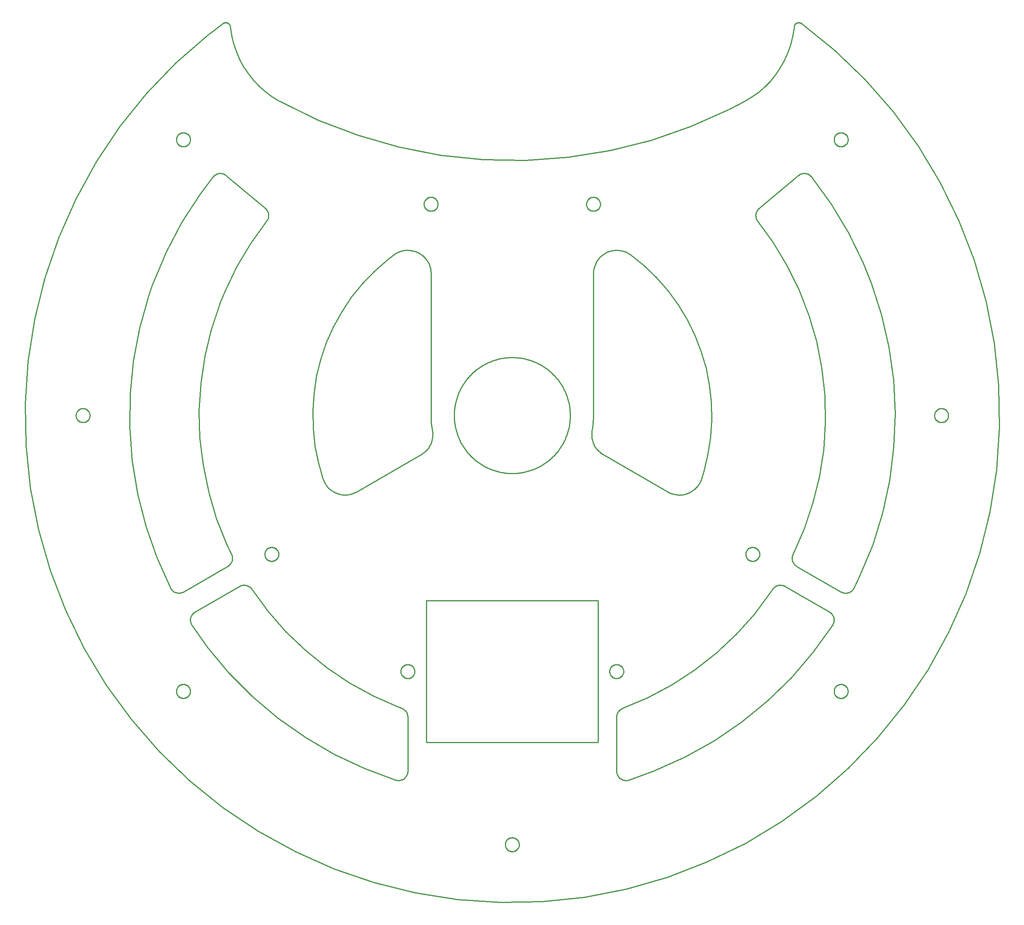
<source format=gbr>
G04 EAGLE Gerber RS-274X export*
G75*
%MOMM*%
%FSLAX34Y34*%
%LPD*%
%INDimensions*%
%IPPOS*%
%AMOC8*
5,1,8,0,0,1.08239X$1,22.5*%
G01*
%ADD10C,0.254000*%


D10*
X-623390Y844926D02*
X-654792Y820830D01*
X-723839Y760637D01*
X-787378Y694656D01*
X-844925Y623389D01*
X-896041Y547377D01*
X-940338Y467199D01*
X-977478Y383465D01*
X-1007179Y296814D01*
X-1029215Y207903D01*
X-1043417Y117410D01*
X-1049679Y26024D01*
X-1047952Y-65561D01*
X-1038250Y-156646D01*
X-1020646Y-246539D01*
X-995274Y-334556D01*
X-962328Y-420027D01*
X-922057Y-502300D01*
X-874770Y-580751D01*
X-820825Y-654783D01*
X-760632Y-723830D01*
X-694651Y-787369D01*
X-623384Y-844916D01*
X-547372Y-896032D01*
X-467194Y-940328D01*
X-383460Y-977469D01*
X-296809Y-1007170D01*
X-207898Y-1029205D01*
X-117405Y-1043408D01*
X-26019Y-1049670D01*
X65566Y-1047943D01*
X156651Y-1038241D01*
X246544Y-1020637D01*
X334561Y-995265D01*
X420032Y-962319D01*
X502305Y-922048D01*
X580756Y-874761D01*
X654788Y-820815D01*
X723835Y-760623D01*
X787374Y-694642D01*
X844921Y-623375D01*
X896037Y-547362D01*
X940333Y-467185D01*
X977474Y-383451D01*
X1007175Y-296799D01*
X1029210Y-207889D01*
X1043413Y-117396D01*
X1049675Y-26009D01*
X1047948Y65575D01*
X1038246Y156660D01*
X1020642Y246553D01*
X995270Y334570D01*
X962324Y420041D01*
X922053Y502315D01*
X874766Y580766D01*
X820820Y654797D01*
X760628Y723844D01*
X694647Y787383D01*
X623380Y844930D01*
X623295Y844991D01*
X622566Y845471D01*
X621798Y845885D01*
X620997Y846230D01*
X620169Y846504D01*
X619320Y846705D01*
X618457Y846831D01*
X617586Y846882D01*
X616714Y846856D01*
X615847Y846755D01*
X614993Y846578D01*
X614157Y846328D01*
X613346Y846005D01*
X612567Y845614D01*
X611825Y845156D01*
X611125Y844634D01*
X610473Y844054D01*
X609875Y843420D01*
X609334Y842735D01*
X608855Y842006D01*
X608441Y841238D01*
X608096Y840437D01*
X607821Y839609D01*
X607620Y838760D01*
X607494Y837897D01*
X607205Y835236D01*
X604358Y817381D01*
X599966Y799842D01*
X594061Y782752D01*
X586690Y766242D01*
X577908Y750438D01*
X567782Y735459D01*
X556388Y721420D01*
X543815Y708427D01*
X530157Y696579D01*
X515518Y685967D01*
X500010Y676671D01*
X469454Y660763D01*
X385818Y623419D01*
X299246Y593506D01*
X210396Y571252D01*
X119944Y556827D01*
X28580Y550340D01*
X-63002Y551840D01*
X-154105Y561317D01*
X-244036Y578698D01*
X-332109Y603851D01*
X-417655Y636584D01*
X-500022Y676648D01*
X-502368Y677938D01*
X-517755Y687435D01*
X-532256Y698237D01*
X-545760Y710262D01*
X-558164Y723418D01*
X-569375Y737605D01*
X-579307Y752715D01*
X-587884Y768633D01*
X-595041Y785238D01*
X-600724Y802404D01*
X-604889Y820000D01*
X-607504Y837892D01*
X-607515Y837998D01*
X-607651Y838859D01*
X-607860Y839706D01*
X-608143Y840531D01*
X-608497Y841329D01*
X-608919Y842092D01*
X-609406Y842816D01*
X-609954Y843495D01*
X-610559Y844123D01*
X-611217Y844697D01*
X-611922Y845210D01*
X-612669Y845661D01*
X-613452Y846044D01*
X-614266Y846358D01*
X-615105Y846599D01*
X-615961Y846767D01*
X-616828Y846859D01*
X-617700Y846876D01*
X-618571Y846816D01*
X-619433Y846681D01*
X-620279Y846471D01*
X-621105Y846188D01*
X-621902Y845834D01*
X-622666Y845412D01*
X-623390Y844926D01*
X-773821Y285775D02*
X-783592Y257771D01*
X-803074Y188486D01*
X-816442Y117767D01*
X-823596Y46152D01*
X-824482Y-25814D01*
X-819091Y-97583D01*
X-807466Y-168610D01*
X-789695Y-238353D01*
X-765913Y-306281D01*
X-736301Y-371879D01*
X-735770Y-372861D01*
X-734832Y-374333D01*
X-733770Y-375717D01*
X-732591Y-377004D01*
X-731305Y-378183D01*
X-729921Y-379245D01*
X-728449Y-380182D01*
X-726902Y-380988D01*
X-725290Y-381656D01*
X-723626Y-382180D01*
X-721922Y-382558D01*
X-720192Y-382786D01*
X-718449Y-382862D01*
X-716706Y-382786D01*
X-714976Y-382558D01*
X-713273Y-382181D01*
X-711609Y-381656D01*
X-709997Y-380988D01*
X-708449Y-380183D01*
X-612900Y-325018D01*
X-612513Y-324788D01*
X-611063Y-323818D01*
X-609703Y-322725D01*
X-608443Y-321518D01*
X-607294Y-320205D01*
X-606263Y-318797D01*
X-605359Y-317305D01*
X-604588Y-315740D01*
X-603957Y-314113D01*
X-603470Y-312438D01*
X-603131Y-310726D01*
X-602942Y-308992D01*
X-602905Y-307247D01*
X-603020Y-305506D01*
X-603287Y-303782D01*
X-603703Y-302088D01*
X-604265Y-300436D01*
X-604969Y-298839D01*
X-615755Y-275933D01*
X-637463Y-221215D01*
X-654320Y-164813D01*
X-666197Y-107157D01*
X-673003Y-48685D01*
X-674688Y10158D01*
X-671237Y68924D01*
X-662678Y127165D01*
X-649076Y184438D01*
X-630533Y240309D01*
X-630375Y240738D01*
X-619509Y267463D01*
X-593843Y320436D01*
X-563657Y370970D01*
X-529183Y418680D01*
X-528484Y419618D01*
X-527547Y421090D01*
X-526741Y422637D01*
X-526073Y424249D01*
X-525549Y425913D01*
X-525171Y427617D01*
X-524943Y429346D01*
X-524867Y431090D01*
X-524943Y432833D01*
X-525171Y434563D01*
X-525549Y436266D01*
X-526073Y437930D01*
X-526741Y439542D01*
X-527547Y441090D01*
X-528484Y442561D01*
X-529546Y443945D01*
X-530725Y445232D01*
X-532011Y446411D01*
X-616386Y517210D01*
X-616770Y517523D01*
X-618180Y518551D01*
X-619675Y519452D01*
X-621242Y520219D01*
X-622870Y520846D01*
X-624546Y521329D01*
X-626259Y521665D01*
X-627994Y521849D01*
X-629738Y521882D01*
X-631479Y521763D01*
X-633203Y521492D01*
X-634896Y521072D01*
X-636547Y520507D01*
X-638142Y519799D01*
X-639669Y518955D01*
X-641117Y517982D01*
X-642474Y516885D01*
X-643731Y515675D01*
X-644878Y514360D01*
X-672921Y477083D01*
X-711947Y416608D01*
X-745553Y352962D01*
X-773484Y286629D01*
X-773821Y285775D01*
X225032Y-766801D02*
X225054Y-767750D01*
X225213Y-769488D01*
X225523Y-771205D01*
X225981Y-772888D01*
X226584Y-774526D01*
X227327Y-776104D01*
X228205Y-777612D01*
X229211Y-779037D01*
X230338Y-780369D01*
X231576Y-781598D01*
X232917Y-782715D01*
X234350Y-783710D01*
X235865Y-784577D01*
X237449Y-785308D01*
X239091Y-785899D01*
X240778Y-786344D01*
X242497Y-786640D01*
X244236Y-786785D01*
X245980Y-786779D01*
X247718Y-786620D01*
X249435Y-786311D01*
X251119Y-785853D01*
X306269Y-766045D01*
X371878Y-736434D01*
X434657Y-701217D01*
X494128Y-660663D01*
X549837Y-615080D01*
X601362Y-564815D01*
X648310Y-510250D01*
X690324Y-451802D01*
X690911Y-450847D01*
X691717Y-449300D01*
X692384Y-447688D01*
X692909Y-446024D01*
X693286Y-444321D01*
X693514Y-442591D01*
X693590Y-440848D01*
X693514Y-439105D01*
X693286Y-437375D01*
X692909Y-435671D01*
X692384Y-434007D01*
X691716Y-432396D01*
X690911Y-430848D01*
X689973Y-429377D01*
X688911Y-427992D01*
X687732Y-426706D01*
X686446Y-425527D01*
X685062Y-424465D01*
X683590Y-423528D01*
X587890Y-368276D01*
X587501Y-368056D01*
X585936Y-367286D01*
X584309Y-366654D01*
X582634Y-366167D01*
X580922Y-365827D01*
X579188Y-365638D01*
X577443Y-365601D01*
X575702Y-365716D01*
X573978Y-365983D01*
X572283Y-366398D01*
X570631Y-366960D01*
X569034Y-367664D01*
X567505Y-368504D01*
X566055Y-369474D01*
X564695Y-370567D01*
X563435Y-371774D01*
X562285Y-373087D01*
X561254Y-374494D01*
X557102Y-380643D01*
X521800Y-427749D01*
X482527Y-471600D01*
X439582Y-511860D01*
X393291Y-548225D01*
X344006Y-580416D01*
X292104Y-608190D01*
X237979Y-631335D01*
X236579Y-631924D01*
X235032Y-632729D01*
X233560Y-633667D01*
X232176Y-634729D01*
X230890Y-635908D01*
X229711Y-637194D01*
X228649Y-638578D01*
X227711Y-640050D01*
X226906Y-641597D01*
X226238Y-643209D01*
X225713Y-644873D01*
X225336Y-646577D01*
X225108Y-648307D01*
X225032Y-650050D01*
X225032Y-766801D01*
X-690178Y-451759D02*
X-656369Y-499609D01*
X-610322Y-554919D01*
X-559630Y-606005D01*
X-504678Y-652479D01*
X-445884Y-693987D01*
X-383697Y-730212D01*
X-318589Y-760880D01*
X-251056Y-785756D01*
X-250145Y-786024D01*
X-248441Y-786401D01*
X-246712Y-786629D01*
X-244968Y-786705D01*
X-243225Y-786629D01*
X-241496Y-786402D01*
X-239792Y-786024D01*
X-238128Y-785499D01*
X-236516Y-784832D01*
X-234968Y-784026D01*
X-233497Y-783088D01*
X-232113Y-782026D01*
X-230826Y-780848D01*
X-229647Y-779561D01*
X-228585Y-778177D01*
X-227648Y-776705D01*
X-226842Y-775158D01*
X-226174Y-773546D01*
X-225650Y-771882D01*
X-225272Y-770178D01*
X-225044Y-768449D01*
X-224968Y-766705D01*
X-224968Y-650049D01*
X-225026Y-648532D01*
X-225234Y-646799D01*
X-225592Y-645092D01*
X-226098Y-643422D01*
X-226747Y-641803D01*
X-227535Y-640246D01*
X-228456Y-638764D01*
X-229502Y-637368D01*
X-230666Y-636068D01*
X-231939Y-634875D01*
X-233311Y-633797D01*
X-234772Y-632843D01*
X-236311Y-632020D01*
X-237915Y-631334D01*
X-244843Y-628679D01*
X-298710Y-604941D01*
X-350303Y-576599D01*
X-399230Y-543867D01*
X-445118Y-506997D01*
X-487618Y-466267D01*
X-526406Y-421988D01*
X-561187Y-374497D01*
X-561439Y-374128D01*
X-562502Y-372743D01*
X-563680Y-371457D01*
X-564967Y-370278D01*
X-566351Y-369216D01*
X-567822Y-368278D01*
X-569370Y-367473D01*
X-570982Y-366805D01*
X-572646Y-366280D01*
X-574350Y-365902D01*
X-576080Y-365675D01*
X-577823Y-365599D01*
X-579566Y-365675D01*
X-581296Y-365902D01*
X-582999Y-366280D01*
X-584663Y-366805D01*
X-586275Y-367472D01*
X-587823Y-368278D01*
X-683444Y-423485D01*
X-684399Y-424072D01*
X-685815Y-425090D01*
X-687138Y-426228D01*
X-688356Y-427477D01*
X-689461Y-428827D01*
X-690444Y-430269D01*
X-691298Y-431790D01*
X-692015Y-433381D01*
X-692592Y-435027D01*
X-693023Y-436718D01*
X-693304Y-438440D01*
X-693435Y-440180D01*
X-693413Y-441924D01*
X-693240Y-443660D01*
X-692915Y-445375D01*
X-692443Y-447054D01*
X-691826Y-448686D01*
X-691069Y-450258D01*
X-690178Y-451759D01*
X172066Y-31972D02*
X171982Y-32436D01*
X171412Y-36760D01*
X171222Y-41118D01*
X171413Y-45476D01*
X171982Y-49800D01*
X172926Y-54058D01*
X174238Y-58218D01*
X175907Y-62248D01*
X177921Y-66117D01*
X180265Y-69795D01*
X182920Y-73256D01*
X185867Y-76472D01*
X189083Y-79418D01*
X192544Y-82073D01*
X196223Y-84417D01*
X335153Y-164629D01*
X336203Y-165218D01*
X340119Y-167139D01*
X344188Y-168710D01*
X348378Y-169922D01*
X352658Y-170763D01*
X356995Y-171228D01*
X361356Y-171314D01*
X365708Y-171019D01*
X370018Y-170345D01*
X374252Y-169299D01*
X378379Y-167888D01*
X382368Y-166122D01*
X386187Y-164016D01*
X389809Y-161584D01*
X393204Y-158846D01*
X396348Y-155823D01*
X399217Y-152537D01*
X401788Y-149014D01*
X404043Y-145280D01*
X405963Y-141363D01*
X407535Y-137295D01*
X412760Y-120686D01*
X421710Y-84254D01*
X427451Y-47181D01*
X429938Y-9749D01*
X429154Y27758D01*
X425104Y65054D01*
X417819Y101854D01*
X407354Y137880D01*
X393789Y172857D01*
X377227Y206518D01*
X357795Y238607D01*
X335640Y268881D01*
X310930Y297109D01*
X283855Y323076D01*
X254619Y346584D01*
X253697Y347245D01*
X250018Y349589D01*
X246149Y351603D01*
X242119Y353272D01*
X237959Y354584D01*
X233700Y355528D01*
X229376Y356098D01*
X225018Y356288D01*
X220660Y356098D01*
X216336Y355528D01*
X212077Y354584D01*
X207917Y353273D01*
X203887Y351604D01*
X200018Y349590D01*
X196339Y347246D01*
X192878Y344591D01*
X189662Y341644D01*
X186715Y338428D01*
X184060Y334967D01*
X181716Y331288D01*
X179702Y327419D01*
X178033Y323389D01*
X176721Y319229D01*
X175777Y314971D01*
X175207Y310646D01*
X175017Y306288D01*
X175017Y27D01*
X175009Y-1621D01*
X174200Y-16861D01*
X172066Y-31972D01*
X-184968Y-704326D02*
X185032Y-704326D01*
X185032Y-399326D01*
X-184968Y-399326D01*
X-184968Y-704326D01*
X-407482Y-137257D02*
X-407084Y-138394D01*
X-405414Y-142424D01*
X-403400Y-146293D01*
X-401057Y-149972D01*
X-398401Y-153433D01*
X-395454Y-156649D01*
X-392238Y-159596D01*
X-388778Y-162251D01*
X-385099Y-164595D01*
X-381230Y-166609D01*
X-377200Y-168278D01*
X-373040Y-169590D01*
X-368781Y-170534D01*
X-364456Y-171104D01*
X-360099Y-171294D01*
X-355741Y-171104D01*
X-351416Y-170535D01*
X-347157Y-169591D01*
X-342997Y-168279D01*
X-338967Y-166610D01*
X-335098Y-164596D01*
X-196211Y-84408D01*
X-195812Y-84175D01*
X-192155Y-81797D01*
X-188719Y-79110D01*
X-185530Y-76133D01*
X-182613Y-72890D01*
X-179990Y-69405D01*
X-177680Y-65704D01*
X-175702Y-61817D01*
X-174070Y-57771D01*
X-172797Y-53599D01*
X-171893Y-49332D01*
X-171364Y-45002D01*
X-171214Y-40643D01*
X-171444Y-36287D01*
X-172054Y-31967D01*
X-172342Y-30374D01*
X-174336Y-15231D01*
X-175003Y28D01*
X-175002Y306251D01*
X-175015Y307394D01*
X-175305Y311746D01*
X-175973Y316057D01*
X-177015Y320292D01*
X-178421Y324421D01*
X-180182Y328412D01*
X-182284Y332234D01*
X-184711Y335858D01*
X-187445Y339257D01*
X-190465Y342405D01*
X-193747Y345278D01*
X-197268Y347853D01*
X-200999Y350112D01*
X-204914Y352037D01*
X-208981Y353614D01*
X-213170Y354830D01*
X-217449Y355677D01*
X-221785Y356147D01*
X-226146Y356237D01*
X-230499Y355948D01*
X-234809Y355279D01*
X-239045Y354238D01*
X-243174Y352832D01*
X-247165Y351071D01*
X-250987Y348969D01*
X-254611Y346541D01*
X-268370Y335997D01*
X-296630Y311327D01*
X-322632Y284289D01*
X-346179Y255087D01*
X-367091Y223944D01*
X-385209Y191096D01*
X-400395Y156795D01*
X-412534Y121301D01*
X-421534Y84883D01*
X-427325Y47820D01*
X-429863Y10394D01*
X-429130Y-27112D01*
X-425131Y-64411D01*
X-417897Y-101219D01*
X-407482Y-137257D01*
X529183Y418680D02*
X561317Y374504D01*
X591821Y324160D01*
X617821Y271350D01*
X639120Y216475D01*
X655554Y159952D01*
X667000Y102212D01*
X673370Y43694D01*
X674616Y-15157D01*
X670727Y-73892D01*
X661735Y-132065D01*
X647706Y-189233D01*
X628749Y-244960D01*
X605006Y-298823D01*
X604811Y-299229D01*
X604144Y-300841D01*
X603619Y-302505D01*
X603241Y-304208D01*
X603014Y-305938D01*
X602937Y-307681D01*
X603014Y-309424D01*
X603241Y-311154D01*
X603619Y-312858D01*
X604144Y-314522D01*
X604811Y-316133D01*
X605617Y-317681D01*
X606554Y-319153D01*
X607617Y-320537D01*
X608795Y-321823D01*
X610082Y-323002D01*
X611466Y-324064D01*
X612938Y-325001D01*
X708555Y-380206D01*
X709537Y-380738D01*
X711128Y-381456D01*
X712774Y-382032D01*
X714465Y-382463D01*
X716187Y-382745D01*
X717927Y-382876D01*
X719672Y-382855D01*
X721408Y-382681D01*
X723122Y-382357D01*
X724802Y-381885D01*
X726434Y-381268D01*
X728006Y-380512D01*
X729507Y-379621D01*
X730924Y-378603D01*
X732246Y-377465D01*
X733465Y-376216D01*
X734570Y-374866D01*
X735553Y-373424D01*
X736407Y-371903D01*
X749301Y-345192D01*
X776537Y-278575D01*
X797864Y-209838D01*
X813119Y-139503D01*
X822186Y-68106D01*
X824996Y3809D01*
X821527Y75695D01*
X811806Y147006D01*
X795907Y217198D01*
X773951Y285737D01*
X773752Y286255D01*
X773033Y287844D01*
X756044Y329894D01*
X724408Y394542D01*
X687259Y456187D01*
X644878Y514360D01*
X644564Y514743D01*
X643385Y516030D01*
X642099Y517209D01*
X640714Y518271D01*
X639243Y519208D01*
X637695Y520014D01*
X636083Y520682D01*
X634419Y521207D01*
X632716Y521584D01*
X630986Y521812D01*
X629243Y521888D01*
X627499Y521812D01*
X625770Y521585D01*
X624066Y521207D01*
X622402Y520682D01*
X620790Y520015D01*
X619242Y519209D01*
X617771Y518272D01*
X616386Y517210D01*
X532012Y446411D01*
X531138Y445633D01*
X529923Y444381D01*
X528821Y443028D01*
X527842Y441584D01*
X526992Y440060D01*
X526278Y438468D01*
X525706Y436820D01*
X525279Y435128D01*
X525002Y433406D01*
X524876Y431665D01*
X524901Y429921D01*
X525079Y428185D01*
X525408Y426472D01*
X525884Y424793D01*
X526505Y423163D01*
X527266Y421592D01*
X528161Y420095D01*
X529183Y418680D01*
X125000Y-1534D02*
X125000Y1534D01*
X124925Y4601D01*
X124774Y7666D01*
X124548Y10725D01*
X124248Y13779D01*
X123872Y16824D01*
X123422Y19859D01*
X122897Y22882D01*
X122299Y25891D01*
X121627Y28884D01*
X120881Y31861D01*
X120063Y34818D01*
X119172Y37754D01*
X118210Y40667D01*
X117176Y43556D01*
X116072Y46418D01*
X114898Y49253D01*
X113655Y52058D01*
X112343Y54831D01*
X110963Y57572D01*
X109517Y60278D01*
X108005Y62947D01*
X106427Y65579D01*
X104786Y68171D01*
X103081Y70722D01*
X101315Y73230D01*
X99487Y75695D01*
X97600Y78113D01*
X95653Y80485D01*
X93649Y82808D01*
X91589Y85082D01*
X89473Y87304D01*
X87304Y89473D01*
X85082Y91589D01*
X82808Y93649D01*
X80485Y95653D01*
X78113Y97600D01*
X75695Y99487D01*
X73230Y101315D01*
X70722Y103081D01*
X68171Y104786D01*
X65579Y106427D01*
X62947Y108005D01*
X60278Y109517D01*
X57572Y110963D01*
X54831Y112343D01*
X52058Y113655D01*
X49253Y114898D01*
X46418Y116072D01*
X43556Y117176D01*
X40667Y118210D01*
X37754Y119172D01*
X34818Y120063D01*
X31861Y120881D01*
X28884Y121627D01*
X25891Y122299D01*
X22882Y122897D01*
X19859Y123422D01*
X16824Y123872D01*
X13779Y124248D01*
X10725Y124548D01*
X7666Y124774D01*
X4601Y124925D01*
X1534Y125000D01*
X-1534Y125000D01*
X-4601Y124925D01*
X-7666Y124774D01*
X-10725Y124548D01*
X-13779Y124248D01*
X-16824Y123872D01*
X-19859Y123422D01*
X-22882Y122897D01*
X-25891Y122299D01*
X-28884Y121627D01*
X-31861Y120881D01*
X-34818Y120063D01*
X-37754Y119172D01*
X-40667Y118210D01*
X-43556Y117176D01*
X-46418Y116072D01*
X-49253Y114898D01*
X-52058Y113655D01*
X-54831Y112343D01*
X-57572Y110963D01*
X-60278Y109517D01*
X-62947Y108005D01*
X-65579Y106427D01*
X-68171Y104786D01*
X-70722Y103081D01*
X-73230Y101315D01*
X-75695Y99487D01*
X-78113Y97600D01*
X-80485Y95653D01*
X-82808Y93649D01*
X-85082Y91589D01*
X-87304Y89473D01*
X-89473Y87304D01*
X-91589Y85082D01*
X-93649Y82808D01*
X-95653Y80485D01*
X-97600Y78113D01*
X-99487Y75695D01*
X-101315Y73230D01*
X-103081Y70722D01*
X-104786Y68171D01*
X-106427Y65579D01*
X-108005Y62947D01*
X-109517Y60278D01*
X-110963Y57572D01*
X-112343Y54831D01*
X-113655Y52058D01*
X-114898Y49253D01*
X-116072Y46418D01*
X-117176Y43556D01*
X-118210Y40667D01*
X-119172Y37754D01*
X-120063Y34818D01*
X-120881Y31861D01*
X-121627Y28884D01*
X-122299Y25891D01*
X-122897Y22882D01*
X-123422Y19859D01*
X-123872Y16824D01*
X-124248Y13779D01*
X-124548Y10725D01*
X-124774Y7666D01*
X-124925Y4601D01*
X-125000Y1534D01*
X-125000Y-1534D01*
X-124925Y-4601D01*
X-124774Y-7666D01*
X-124548Y-10725D01*
X-124248Y-13779D01*
X-123872Y-16824D01*
X-123422Y-19859D01*
X-122897Y-22882D01*
X-122299Y-25891D01*
X-121627Y-28884D01*
X-120881Y-31861D01*
X-120063Y-34818D01*
X-119172Y-37754D01*
X-118210Y-40667D01*
X-117176Y-43556D01*
X-116072Y-46418D01*
X-114898Y-49253D01*
X-113655Y-52058D01*
X-112343Y-54831D01*
X-110963Y-57572D01*
X-109517Y-60278D01*
X-108005Y-62947D01*
X-106427Y-65579D01*
X-104786Y-68171D01*
X-103081Y-70722D01*
X-101315Y-73230D01*
X-99487Y-75695D01*
X-97600Y-78113D01*
X-95653Y-80485D01*
X-93649Y-82808D01*
X-91589Y-85082D01*
X-89473Y-87304D01*
X-87304Y-89473D01*
X-85082Y-91589D01*
X-82808Y-93649D01*
X-80485Y-95653D01*
X-78113Y-97600D01*
X-75695Y-99487D01*
X-73230Y-101315D01*
X-70722Y-103081D01*
X-68171Y-104786D01*
X-65579Y-106427D01*
X-62947Y-108005D01*
X-60278Y-109517D01*
X-57572Y-110963D01*
X-54831Y-112343D01*
X-52058Y-113655D01*
X-49253Y-114898D01*
X-46418Y-116072D01*
X-43556Y-117176D01*
X-40667Y-118210D01*
X-37754Y-119172D01*
X-34818Y-120063D01*
X-31861Y-120881D01*
X-28884Y-121627D01*
X-25891Y-122299D01*
X-22882Y-122897D01*
X-19859Y-123422D01*
X-16824Y-123872D01*
X-13779Y-124248D01*
X-10725Y-124548D01*
X-7666Y-124774D01*
X-4601Y-124925D01*
X-1534Y-125000D01*
X1534Y-125000D01*
X4601Y-124925D01*
X7666Y-124774D01*
X10725Y-124548D01*
X13779Y-124248D01*
X16824Y-123872D01*
X19859Y-123422D01*
X22882Y-122897D01*
X25891Y-122299D01*
X28884Y-121627D01*
X31861Y-120881D01*
X34818Y-120063D01*
X37754Y-119172D01*
X40667Y-118210D01*
X43556Y-117176D01*
X46418Y-116072D01*
X49253Y-114898D01*
X52058Y-113655D01*
X54831Y-112343D01*
X57572Y-110963D01*
X60278Y-109517D01*
X62947Y-108005D01*
X65579Y-106427D01*
X68171Y-104786D01*
X70722Y-103081D01*
X73230Y-101315D01*
X75695Y-99487D01*
X78113Y-97600D01*
X80485Y-95653D01*
X82808Y-93649D01*
X85082Y-91589D01*
X87304Y-89473D01*
X89473Y-87304D01*
X91589Y-85082D01*
X93649Y-82808D01*
X95653Y-80485D01*
X97600Y-78113D01*
X99487Y-75695D01*
X101315Y-73230D01*
X103081Y-70722D01*
X104786Y-68171D01*
X106427Y-65579D01*
X108005Y-62947D01*
X109517Y-60278D01*
X110963Y-57572D01*
X112343Y-54831D01*
X113655Y-52058D01*
X114898Y-49253D01*
X116072Y-46418D01*
X117176Y-43556D01*
X118210Y-40667D01*
X119172Y-37754D01*
X120063Y-34818D01*
X120881Y-31861D01*
X121627Y-28884D01*
X122299Y-25891D01*
X122897Y-22882D01*
X123422Y-19859D01*
X123872Y-16824D01*
X124248Y-13779D01*
X124548Y-10725D01*
X124774Y-7666D01*
X124925Y-4601D01*
X125000Y-1534D01*
X-693591Y594043D02*
X-693668Y592974D01*
X-693820Y591914D01*
X-694048Y590867D01*
X-694350Y589839D01*
X-694724Y588835D01*
X-695169Y587860D01*
X-695683Y586920D01*
X-696262Y586018D01*
X-696904Y585160D01*
X-697606Y584351D01*
X-698363Y583593D01*
X-699173Y582891D01*
X-700031Y582249D01*
X-700932Y581670D01*
X-701873Y581157D01*
X-702847Y580711D01*
X-703851Y580337D01*
X-704879Y580035D01*
X-705926Y579807D01*
X-706987Y579655D01*
X-708055Y579579D01*
X-709127Y579579D01*
X-710196Y579655D01*
X-711256Y579807D01*
X-712303Y580035D01*
X-713331Y580337D01*
X-714335Y580711D01*
X-715310Y581157D01*
X-716250Y581670D01*
X-717151Y582249D01*
X-718009Y582891D01*
X-718819Y583593D01*
X-719577Y584351D01*
X-720278Y585160D01*
X-720920Y586018D01*
X-721500Y586920D01*
X-722013Y587860D01*
X-722458Y588835D01*
X-722833Y589839D01*
X-723134Y590867D01*
X-723362Y591914D01*
X-723515Y592974D01*
X-723591Y594043D01*
X-723591Y595114D01*
X-723515Y596183D01*
X-723362Y597244D01*
X-723134Y598290D01*
X-722833Y599319D01*
X-722458Y600322D01*
X-722013Y601297D01*
X-721500Y602237D01*
X-720920Y603139D01*
X-720278Y603997D01*
X-719577Y604806D01*
X-718819Y605564D01*
X-718009Y606266D01*
X-717151Y606908D01*
X-716250Y607487D01*
X-715310Y608000D01*
X-714335Y608446D01*
X-713331Y608820D01*
X-712303Y609122D01*
X-711256Y609350D01*
X-710196Y609502D01*
X-709127Y609579D01*
X-708055Y609579D01*
X-706987Y609502D01*
X-705926Y609350D01*
X-704879Y609122D01*
X-703851Y608820D01*
X-702847Y608446D01*
X-701873Y608000D01*
X-700932Y607487D01*
X-700031Y606908D01*
X-699173Y606266D01*
X-698363Y605564D01*
X-697606Y604806D01*
X-696904Y603997D01*
X-696262Y603139D01*
X-695683Y602237D01*
X-695169Y601297D01*
X-694724Y600322D01*
X-694350Y599319D01*
X-694048Y598290D01*
X-693820Y597244D01*
X-693668Y596183D01*
X-693591Y595114D01*
X-693591Y594043D01*
X-909893Y-536D02*
X-909969Y-1604D01*
X-910122Y-2665D01*
X-910349Y-3712D01*
X-910651Y-4740D01*
X-911026Y-5744D01*
X-911471Y-6719D01*
X-911984Y-7659D01*
X-912563Y-8560D01*
X-913206Y-9418D01*
X-913907Y-10228D01*
X-914665Y-10985D01*
X-915475Y-11687D01*
X-916332Y-12329D01*
X-917234Y-12908D01*
X-918174Y-13422D01*
X-919149Y-13867D01*
X-920153Y-14241D01*
X-921181Y-14543D01*
X-922228Y-14771D01*
X-923288Y-14924D01*
X-924357Y-15000D01*
X-925428Y-15000D01*
X-926497Y-14924D01*
X-927558Y-14771D01*
X-928605Y-14543D01*
X-929633Y-14241D01*
X-930637Y-13867D01*
X-931611Y-13422D01*
X-932552Y-12908D01*
X-933453Y-12329D01*
X-934311Y-11687D01*
X-935120Y-10985D01*
X-935878Y-10228D01*
X-936580Y-9418D01*
X-937222Y-8560D01*
X-937801Y-7659D01*
X-938315Y-6719D01*
X-938760Y-5744D01*
X-939134Y-4740D01*
X-939436Y-3712D01*
X-939664Y-2665D01*
X-939816Y-1604D01*
X-939893Y-536D01*
X-939893Y536D01*
X-939816Y1604D01*
X-939664Y2665D01*
X-939436Y3712D01*
X-939134Y4740D01*
X-938760Y5744D01*
X-938315Y6719D01*
X-937801Y7659D01*
X-937222Y8560D01*
X-936580Y9418D01*
X-935878Y10228D01*
X-935120Y10985D01*
X-934311Y11687D01*
X-933453Y12329D01*
X-932552Y12908D01*
X-931611Y13422D01*
X-930637Y13867D01*
X-929633Y14241D01*
X-928605Y14543D01*
X-927558Y14771D01*
X-926497Y14924D01*
X-925428Y15000D01*
X-924357Y15000D01*
X-923288Y14924D01*
X-922228Y14771D01*
X-921181Y14543D01*
X-920153Y14241D01*
X-919149Y13867D01*
X-918174Y13422D01*
X-917234Y12908D01*
X-916332Y12329D01*
X-915475Y11687D01*
X-914665Y10985D01*
X-913907Y10228D01*
X-913206Y9418D01*
X-912563Y8560D01*
X-911984Y7659D01*
X-911471Y6719D01*
X-911026Y5744D01*
X-910651Y4740D01*
X-910349Y3712D01*
X-910122Y2665D01*
X-909969Y1604D01*
X-909893Y536D01*
X-909893Y-536D01*
X-693591Y-595114D02*
X-693668Y-596183D01*
X-693820Y-597244D01*
X-694048Y-598291D01*
X-694350Y-599319D01*
X-694724Y-600323D01*
X-695169Y-601297D01*
X-695683Y-602238D01*
X-696262Y-603139D01*
X-696904Y-603997D01*
X-697606Y-604806D01*
X-698363Y-605564D01*
X-699173Y-606266D01*
X-700031Y-606908D01*
X-700932Y-607487D01*
X-701873Y-608001D01*
X-702847Y-608446D01*
X-703851Y-608820D01*
X-704879Y-609122D01*
X-705926Y-609350D01*
X-706987Y-609502D01*
X-708055Y-609579D01*
X-709127Y-609579D01*
X-710196Y-609502D01*
X-711256Y-609350D01*
X-712303Y-609122D01*
X-713331Y-608820D01*
X-714335Y-608446D01*
X-715310Y-608001D01*
X-716250Y-607487D01*
X-717151Y-606908D01*
X-718009Y-606266D01*
X-718819Y-605564D01*
X-719577Y-604806D01*
X-720278Y-603997D01*
X-720920Y-603139D01*
X-721500Y-602238D01*
X-722013Y-601297D01*
X-722458Y-600323D01*
X-722833Y-599319D01*
X-723134Y-598291D01*
X-723362Y-597244D01*
X-723515Y-596183D01*
X-723591Y-595114D01*
X-723591Y-594043D01*
X-723515Y-592974D01*
X-723362Y-591914D01*
X-723134Y-590867D01*
X-722833Y-589839D01*
X-722458Y-588835D01*
X-722013Y-587860D01*
X-721500Y-586920D01*
X-720920Y-586018D01*
X-720278Y-585161D01*
X-719577Y-584351D01*
X-718819Y-583593D01*
X-718009Y-582892D01*
X-717151Y-582249D01*
X-716250Y-581670D01*
X-715310Y-581157D01*
X-714335Y-580712D01*
X-713331Y-580337D01*
X-712303Y-580035D01*
X-711256Y-579808D01*
X-710196Y-579655D01*
X-709127Y-579579D01*
X-708055Y-579579D01*
X-706987Y-579655D01*
X-705926Y-579808D01*
X-704879Y-580035D01*
X-703851Y-580337D01*
X-702847Y-580712D01*
X-701873Y-581157D01*
X-700932Y-581670D01*
X-700031Y-582249D01*
X-699173Y-582892D01*
X-698363Y-583593D01*
X-697606Y-584351D01*
X-696904Y-585161D01*
X-696262Y-586018D01*
X-695683Y-586920D01*
X-695169Y-587860D01*
X-694724Y-588835D01*
X-694350Y-589839D01*
X-694048Y-590867D01*
X-693820Y-591914D01*
X-693668Y-592974D01*
X-693591Y-594043D01*
X-693591Y-595114D01*
X15000Y-925536D02*
X14924Y-926604D01*
X14771Y-927665D01*
X14543Y-928712D01*
X14241Y-929740D01*
X13867Y-930744D01*
X13422Y-931719D01*
X12908Y-932659D01*
X12329Y-933560D01*
X11687Y-934418D01*
X10985Y-935228D01*
X10228Y-935985D01*
X9418Y-936687D01*
X8560Y-937329D01*
X7659Y-937908D01*
X6719Y-938422D01*
X5744Y-938867D01*
X4740Y-939241D01*
X3712Y-939543D01*
X2665Y-939771D01*
X1604Y-939924D01*
X536Y-940000D01*
X-536Y-940000D01*
X-1604Y-939924D01*
X-2665Y-939771D01*
X-3712Y-939543D01*
X-4740Y-939241D01*
X-5744Y-938867D01*
X-6719Y-938422D01*
X-7659Y-937908D01*
X-8560Y-937329D01*
X-9418Y-936687D01*
X-10228Y-935985D01*
X-10985Y-935228D01*
X-11687Y-934418D01*
X-12329Y-933560D01*
X-12908Y-932659D01*
X-13422Y-931719D01*
X-13867Y-930744D01*
X-14241Y-929740D01*
X-14543Y-928712D01*
X-14771Y-927665D01*
X-14924Y-926604D01*
X-15000Y-925536D01*
X-15000Y-924464D01*
X-14924Y-923396D01*
X-14771Y-922335D01*
X-14543Y-921288D01*
X-14241Y-920260D01*
X-13867Y-919256D01*
X-13422Y-918281D01*
X-12908Y-917341D01*
X-12329Y-916440D01*
X-11687Y-915582D01*
X-10985Y-914772D01*
X-10228Y-914015D01*
X-9418Y-913313D01*
X-8560Y-912671D01*
X-7659Y-912092D01*
X-6719Y-911578D01*
X-5744Y-911133D01*
X-4740Y-910759D01*
X-3712Y-910457D01*
X-2665Y-910229D01*
X-1604Y-910076D01*
X-536Y-910000D01*
X536Y-910000D01*
X1604Y-910076D01*
X2665Y-910229D01*
X3712Y-910457D01*
X4740Y-910759D01*
X5744Y-911133D01*
X6719Y-911578D01*
X7659Y-912092D01*
X8560Y-912671D01*
X9418Y-913313D01*
X10228Y-914015D01*
X10985Y-914772D01*
X11687Y-915582D01*
X12329Y-916440D01*
X12908Y-917341D01*
X13422Y-918281D01*
X13867Y-919256D01*
X14241Y-920260D01*
X14543Y-921288D01*
X14771Y-922335D01*
X14924Y-923396D01*
X15000Y-924464D01*
X15000Y-925536D01*
X-209968Y-552362D02*
X-210045Y-553430D01*
X-210197Y-554491D01*
X-210425Y-555538D01*
X-210727Y-556566D01*
X-211101Y-557570D01*
X-211546Y-558545D01*
X-212060Y-559485D01*
X-212639Y-560386D01*
X-213281Y-561244D01*
X-213983Y-562054D01*
X-214740Y-562811D01*
X-215550Y-563513D01*
X-216408Y-564155D01*
X-217309Y-564734D01*
X-218250Y-565248D01*
X-219224Y-565693D01*
X-220228Y-566067D01*
X-221256Y-566369D01*
X-222303Y-566597D01*
X-223364Y-566750D01*
X-224433Y-566826D01*
X-225504Y-566826D01*
X-226573Y-566750D01*
X-227633Y-566597D01*
X-228680Y-566369D01*
X-229708Y-566067D01*
X-230712Y-565693D01*
X-231687Y-565248D01*
X-232627Y-564734D01*
X-233529Y-564155D01*
X-234386Y-563513D01*
X-235196Y-562811D01*
X-235954Y-562054D01*
X-236655Y-561244D01*
X-237297Y-560386D01*
X-237877Y-559485D01*
X-238390Y-558545D01*
X-238835Y-557570D01*
X-239210Y-556566D01*
X-239512Y-555538D01*
X-239739Y-554491D01*
X-239892Y-553430D01*
X-239968Y-552362D01*
X-239968Y-551290D01*
X-239892Y-550222D01*
X-239739Y-549161D01*
X-239512Y-548114D01*
X-239210Y-547086D01*
X-238835Y-546082D01*
X-238390Y-545107D01*
X-237877Y-544167D01*
X-237297Y-543266D01*
X-236655Y-542408D01*
X-235954Y-541598D01*
X-235196Y-540841D01*
X-234386Y-540139D01*
X-233529Y-539497D01*
X-232627Y-538918D01*
X-231687Y-538404D01*
X-230712Y-537959D01*
X-229708Y-537585D01*
X-228680Y-537283D01*
X-227633Y-537055D01*
X-226573Y-536902D01*
X-225504Y-536826D01*
X-224433Y-536826D01*
X-223364Y-536902D01*
X-222303Y-537055D01*
X-221256Y-537283D01*
X-220228Y-537585D01*
X-219224Y-537959D01*
X-218250Y-538404D01*
X-217309Y-538918D01*
X-216408Y-539497D01*
X-215550Y-540139D01*
X-214740Y-540841D01*
X-213983Y-541598D01*
X-213281Y-542408D01*
X-212639Y-543266D01*
X-212060Y-544167D01*
X-211546Y-545107D01*
X-211101Y-546082D01*
X-210727Y-547086D01*
X-210425Y-548114D01*
X-210197Y-549161D01*
X-210045Y-550222D01*
X-209968Y-551290D01*
X-209968Y-552362D01*
X239968Y-552362D02*
X239892Y-553430D01*
X239739Y-554491D01*
X239512Y-555538D01*
X239210Y-556566D01*
X238835Y-557570D01*
X238390Y-558545D01*
X237877Y-559485D01*
X237297Y-560386D01*
X236655Y-561244D01*
X235954Y-562054D01*
X235196Y-562811D01*
X234386Y-563513D01*
X233529Y-564155D01*
X232627Y-564734D01*
X231687Y-565248D01*
X230712Y-565693D01*
X229708Y-566067D01*
X228680Y-566369D01*
X227633Y-566597D01*
X226573Y-566750D01*
X225504Y-566826D01*
X224433Y-566826D01*
X223364Y-566750D01*
X222303Y-566597D01*
X221256Y-566369D01*
X220228Y-566067D01*
X219224Y-565693D01*
X218250Y-565248D01*
X217309Y-564734D01*
X216408Y-564155D01*
X215550Y-563513D01*
X214740Y-562811D01*
X213983Y-562054D01*
X213281Y-561244D01*
X212639Y-560386D01*
X212060Y-559485D01*
X211546Y-558545D01*
X211101Y-557570D01*
X210727Y-556566D01*
X210425Y-555538D01*
X210197Y-554491D01*
X210045Y-553430D01*
X209968Y-552362D01*
X209968Y-551290D01*
X210045Y-550222D01*
X210197Y-549161D01*
X210425Y-548114D01*
X210727Y-547086D01*
X211101Y-546082D01*
X211546Y-545107D01*
X212060Y-544167D01*
X212639Y-543266D01*
X213281Y-542408D01*
X213983Y-541598D01*
X214740Y-540841D01*
X215550Y-540139D01*
X216408Y-539497D01*
X217309Y-538918D01*
X218250Y-538404D01*
X219224Y-537959D01*
X220228Y-537585D01*
X221256Y-537283D01*
X222303Y-537055D01*
X223364Y-536902D01*
X224433Y-536826D01*
X225504Y-536826D01*
X226573Y-536902D01*
X227633Y-537055D01*
X228680Y-537283D01*
X229708Y-537585D01*
X230712Y-537959D01*
X231687Y-538404D01*
X232627Y-538918D01*
X233529Y-539497D01*
X234386Y-540139D01*
X235196Y-540841D01*
X235954Y-541598D01*
X236655Y-542408D01*
X237297Y-543266D01*
X237877Y-544167D01*
X238390Y-545107D01*
X238835Y-546082D01*
X239210Y-547086D01*
X239512Y-548114D01*
X239739Y-549161D01*
X239892Y-550222D01*
X239968Y-551290D01*
X239968Y-552362D01*
X723591Y-595114D02*
X723515Y-596183D01*
X723362Y-597244D01*
X723134Y-598291D01*
X722833Y-599319D01*
X722458Y-600323D01*
X722013Y-601297D01*
X721500Y-602238D01*
X720920Y-603139D01*
X720278Y-603997D01*
X719577Y-604806D01*
X718819Y-605564D01*
X718009Y-606266D01*
X717151Y-606908D01*
X716250Y-607487D01*
X715310Y-608001D01*
X714335Y-608446D01*
X713331Y-608820D01*
X712303Y-609122D01*
X711256Y-609350D01*
X710196Y-609502D01*
X709127Y-609579D01*
X708055Y-609579D01*
X706987Y-609502D01*
X705926Y-609350D01*
X704879Y-609122D01*
X703851Y-608820D01*
X702847Y-608446D01*
X701873Y-608001D01*
X700932Y-607487D01*
X700031Y-606908D01*
X699173Y-606266D01*
X698363Y-605564D01*
X697606Y-604806D01*
X696904Y-603997D01*
X696262Y-603139D01*
X695683Y-602238D01*
X695169Y-601297D01*
X694724Y-600323D01*
X694350Y-599319D01*
X694048Y-598291D01*
X693820Y-597244D01*
X693668Y-596183D01*
X693591Y-595114D01*
X693591Y-594043D01*
X693668Y-592974D01*
X693820Y-591914D01*
X694048Y-590867D01*
X694350Y-589839D01*
X694724Y-588835D01*
X695169Y-587860D01*
X695683Y-586920D01*
X696262Y-586018D01*
X696904Y-585161D01*
X697606Y-584351D01*
X698363Y-583593D01*
X699173Y-582892D01*
X700031Y-582249D01*
X700932Y-581670D01*
X701873Y-581157D01*
X702847Y-580712D01*
X703851Y-580337D01*
X704879Y-580035D01*
X705926Y-579808D01*
X706987Y-579655D01*
X708055Y-579579D01*
X709127Y-579579D01*
X710196Y-579655D01*
X711256Y-579808D01*
X712303Y-580035D01*
X713331Y-580337D01*
X714335Y-580712D01*
X715310Y-581157D01*
X716250Y-581670D01*
X717151Y-582249D01*
X718009Y-582892D01*
X718819Y-583593D01*
X719577Y-584351D01*
X720278Y-585161D01*
X720920Y-586018D01*
X721500Y-586920D01*
X722013Y-587860D01*
X722458Y-588835D01*
X722833Y-589839D01*
X723134Y-590867D01*
X723362Y-591914D01*
X723515Y-592974D01*
X723591Y-594043D01*
X723591Y-595114D01*
X533178Y-299694D02*
X533102Y-300763D01*
X532949Y-301824D01*
X532722Y-302871D01*
X532420Y-303899D01*
X532045Y-304903D01*
X531600Y-305877D01*
X531087Y-306818D01*
X530507Y-307719D01*
X529865Y-308577D01*
X529164Y-309386D01*
X528406Y-310144D01*
X527596Y-310846D01*
X526739Y-311488D01*
X525837Y-312067D01*
X524897Y-312581D01*
X523922Y-313026D01*
X522918Y-313400D01*
X521890Y-313702D01*
X520843Y-313930D01*
X519783Y-314082D01*
X518714Y-314159D01*
X517643Y-314159D01*
X516574Y-314082D01*
X515513Y-313930D01*
X514466Y-313702D01*
X513438Y-313400D01*
X512434Y-313026D01*
X511460Y-312581D01*
X510519Y-312067D01*
X509618Y-311488D01*
X508760Y-310846D01*
X507951Y-310144D01*
X507193Y-309386D01*
X506491Y-308577D01*
X505849Y-307719D01*
X505270Y-306818D01*
X504756Y-305877D01*
X504311Y-304903D01*
X503937Y-303899D01*
X503635Y-302871D01*
X503407Y-301824D01*
X503255Y-300763D01*
X503178Y-299694D01*
X503178Y-298623D01*
X503255Y-297554D01*
X503407Y-296494D01*
X503635Y-295447D01*
X503937Y-294419D01*
X504311Y-293415D01*
X504756Y-292440D01*
X505270Y-291500D01*
X505849Y-290598D01*
X506491Y-289741D01*
X507193Y-288931D01*
X507951Y-288173D01*
X508760Y-287472D01*
X509618Y-286829D01*
X510519Y-286250D01*
X511460Y-285737D01*
X512434Y-285292D01*
X513438Y-284917D01*
X514466Y-284615D01*
X515513Y-284388D01*
X516574Y-284235D01*
X517643Y-284159D01*
X518714Y-284159D01*
X519783Y-284235D01*
X520843Y-284388D01*
X521890Y-284615D01*
X522918Y-284917D01*
X523922Y-285292D01*
X524897Y-285737D01*
X525837Y-286250D01*
X526739Y-286829D01*
X527596Y-287472D01*
X528406Y-288173D01*
X529164Y-288931D01*
X529865Y-289741D01*
X530507Y-290598D01*
X531087Y-291500D01*
X531600Y-292440D01*
X532045Y-293415D01*
X532420Y-294419D01*
X532722Y-295447D01*
X532949Y-296494D01*
X533102Y-297554D01*
X533178Y-298623D01*
X533178Y-299694D01*
X939893Y-536D02*
X939816Y-1604D01*
X939664Y-2665D01*
X939436Y-3712D01*
X939134Y-4740D01*
X938760Y-5744D01*
X938315Y-6719D01*
X937801Y-7659D01*
X937222Y-8560D01*
X936580Y-9418D01*
X935878Y-10228D01*
X935120Y-10985D01*
X934311Y-11687D01*
X933453Y-12329D01*
X932552Y-12908D01*
X931611Y-13422D01*
X930637Y-13867D01*
X929633Y-14241D01*
X928605Y-14543D01*
X927558Y-14771D01*
X926497Y-14924D01*
X925428Y-15000D01*
X924357Y-15000D01*
X923288Y-14924D01*
X922228Y-14771D01*
X921181Y-14543D01*
X920153Y-14241D01*
X919149Y-13867D01*
X918174Y-13422D01*
X917234Y-12908D01*
X916332Y-12329D01*
X915475Y-11687D01*
X914665Y-10985D01*
X913907Y-10228D01*
X913206Y-9418D01*
X912563Y-8560D01*
X911984Y-7659D01*
X911471Y-6719D01*
X911026Y-5744D01*
X910651Y-4740D01*
X910349Y-3712D01*
X910122Y-2665D01*
X909969Y-1604D01*
X909893Y-536D01*
X909893Y536D01*
X909969Y1604D01*
X910122Y2665D01*
X910349Y3712D01*
X910651Y4740D01*
X911026Y5744D01*
X911471Y6719D01*
X911984Y7659D01*
X912563Y8560D01*
X913206Y9418D01*
X913907Y10228D01*
X914665Y10985D01*
X915475Y11687D01*
X916332Y12329D01*
X917234Y12908D01*
X918174Y13422D01*
X919149Y13867D01*
X920153Y14241D01*
X921181Y14543D01*
X922228Y14771D01*
X923288Y14924D01*
X924357Y15000D01*
X925428Y15000D01*
X926497Y14924D01*
X927558Y14771D01*
X928605Y14543D01*
X929633Y14241D01*
X930637Y13867D01*
X931611Y13422D01*
X932552Y12908D01*
X933453Y12329D01*
X934311Y11687D01*
X935120Y10985D01*
X935878Y10228D01*
X936580Y9418D01*
X937222Y8560D01*
X937801Y7659D01*
X938315Y6719D01*
X938760Y5744D01*
X939134Y4740D01*
X939436Y3712D01*
X939664Y2665D01*
X939816Y1604D01*
X939893Y536D01*
X939893Y-536D01*
X723591Y594043D02*
X723515Y592974D01*
X723362Y591914D01*
X723134Y590867D01*
X722833Y589839D01*
X722458Y588835D01*
X722013Y587860D01*
X721500Y586920D01*
X720920Y586018D01*
X720278Y585160D01*
X719577Y584351D01*
X718819Y583593D01*
X718009Y582891D01*
X717151Y582249D01*
X716250Y581670D01*
X715310Y581157D01*
X714335Y580711D01*
X713331Y580337D01*
X712303Y580035D01*
X711256Y579807D01*
X710196Y579655D01*
X709127Y579579D01*
X708055Y579579D01*
X706987Y579655D01*
X705926Y579807D01*
X704879Y580035D01*
X703851Y580337D01*
X702847Y580711D01*
X701873Y581157D01*
X700932Y581670D01*
X700031Y582249D01*
X699173Y582891D01*
X698363Y583593D01*
X697606Y584351D01*
X696904Y585160D01*
X696262Y586018D01*
X695683Y586920D01*
X695169Y587860D01*
X694724Y588835D01*
X694350Y589839D01*
X694048Y590867D01*
X693820Y591914D01*
X693668Y592974D01*
X693591Y594043D01*
X693591Y595114D01*
X693668Y596183D01*
X693820Y597244D01*
X694048Y598290D01*
X694350Y599319D01*
X694724Y600322D01*
X695169Y601297D01*
X695683Y602237D01*
X696262Y603139D01*
X696904Y603997D01*
X697606Y604806D01*
X698363Y605564D01*
X699173Y606266D01*
X700031Y606908D01*
X700932Y607487D01*
X701873Y608000D01*
X702847Y608446D01*
X703851Y608820D01*
X704879Y609122D01*
X705926Y609350D01*
X706987Y609502D01*
X708055Y609579D01*
X709127Y609579D01*
X710196Y609502D01*
X711256Y609350D01*
X712303Y609122D01*
X713331Y608820D01*
X714335Y608446D01*
X715310Y608000D01*
X716250Y607487D01*
X717151Y606908D01*
X718009Y606266D01*
X718819Y605564D01*
X719577Y604806D01*
X720278Y603997D01*
X720920Y603139D01*
X721500Y602237D01*
X722013Y601297D01*
X722458Y600322D01*
X722833Y599319D01*
X723134Y598290D01*
X723362Y597244D01*
X723515Y596183D01*
X723591Y595114D01*
X723591Y594043D01*
X190002Y454972D02*
X189926Y453903D01*
X189773Y452843D01*
X189546Y451796D01*
X189244Y450768D01*
X188869Y449764D01*
X188424Y448789D01*
X187911Y447849D01*
X187331Y446947D01*
X186689Y446090D01*
X185988Y445280D01*
X185230Y444522D01*
X184420Y443821D01*
X183563Y443179D01*
X182661Y442599D01*
X181721Y442086D01*
X180746Y441641D01*
X179742Y441266D01*
X178714Y440964D01*
X177667Y440737D01*
X176607Y440584D01*
X175538Y440508D01*
X174467Y440508D01*
X173398Y440584D01*
X172337Y440737D01*
X171290Y440964D01*
X170262Y441266D01*
X169258Y441641D01*
X168284Y442086D01*
X167343Y442599D01*
X166442Y443179D01*
X165584Y443821D01*
X164775Y444522D01*
X164017Y445280D01*
X163315Y446090D01*
X162673Y446947D01*
X162094Y447849D01*
X161580Y448789D01*
X161135Y449764D01*
X160761Y450768D01*
X160459Y451796D01*
X160231Y452843D01*
X160079Y453903D01*
X160002Y454972D01*
X160002Y456043D01*
X160079Y457112D01*
X160231Y458173D01*
X160459Y459220D01*
X160761Y460248D01*
X161135Y461252D01*
X161580Y462226D01*
X162094Y463167D01*
X162673Y464068D01*
X163315Y464926D01*
X164017Y465735D01*
X164775Y466493D01*
X165584Y467195D01*
X166442Y467837D01*
X167343Y468416D01*
X168284Y468930D01*
X169258Y469375D01*
X170262Y469749D01*
X171290Y470051D01*
X172337Y470279D01*
X173398Y470431D01*
X174467Y470508D01*
X175538Y470508D01*
X176607Y470431D01*
X177667Y470279D01*
X178714Y470051D01*
X179742Y469749D01*
X180746Y469375D01*
X181721Y468930D01*
X182661Y468416D01*
X183563Y467837D01*
X184420Y467195D01*
X185230Y466493D01*
X185988Y465735D01*
X186689Y464926D01*
X187331Y464068D01*
X187911Y463167D01*
X188424Y462226D01*
X188869Y461252D01*
X189244Y460248D01*
X189546Y459220D01*
X189773Y458173D01*
X189926Y457112D01*
X190002Y456043D01*
X190002Y454972D01*
X-160002Y454972D02*
X-160079Y453903D01*
X-160231Y452843D01*
X-160459Y451796D01*
X-160761Y450768D01*
X-161135Y449764D01*
X-161580Y448789D01*
X-162094Y447849D01*
X-162673Y446947D01*
X-163315Y446090D01*
X-164017Y445280D01*
X-164775Y444522D01*
X-165584Y443821D01*
X-166442Y443179D01*
X-167343Y442599D01*
X-168284Y442086D01*
X-169258Y441641D01*
X-170262Y441266D01*
X-171290Y440964D01*
X-172337Y440737D01*
X-173398Y440584D01*
X-174467Y440508D01*
X-175538Y440508D01*
X-176607Y440584D01*
X-177667Y440737D01*
X-178714Y440964D01*
X-179742Y441266D01*
X-180746Y441641D01*
X-181721Y442086D01*
X-182661Y442599D01*
X-183563Y443179D01*
X-184420Y443821D01*
X-185230Y444522D01*
X-185988Y445280D01*
X-186689Y446090D01*
X-187331Y446947D01*
X-187911Y447849D01*
X-188424Y448789D01*
X-188869Y449764D01*
X-189244Y450768D01*
X-189546Y451796D01*
X-189773Y452843D01*
X-189926Y453903D01*
X-190002Y454972D01*
X-190002Y456043D01*
X-189926Y457112D01*
X-189773Y458173D01*
X-189546Y459220D01*
X-189244Y460248D01*
X-188869Y461252D01*
X-188424Y462226D01*
X-187911Y463167D01*
X-187331Y464068D01*
X-186689Y464926D01*
X-185988Y465735D01*
X-185230Y466493D01*
X-184420Y467195D01*
X-183563Y467837D01*
X-182661Y468416D01*
X-181721Y468930D01*
X-180746Y469375D01*
X-179742Y469749D01*
X-178714Y470051D01*
X-177667Y470279D01*
X-176607Y470431D01*
X-175538Y470508D01*
X-174467Y470508D01*
X-173398Y470431D01*
X-172337Y470279D01*
X-171290Y470051D01*
X-170262Y469749D01*
X-169258Y469375D01*
X-168284Y468930D01*
X-167343Y468416D01*
X-166442Y467837D01*
X-165584Y467195D01*
X-164775Y466493D01*
X-164017Y465735D01*
X-163315Y464926D01*
X-162673Y464068D01*
X-162094Y463167D01*
X-161580Y462226D01*
X-161135Y461252D01*
X-160761Y460248D01*
X-160459Y459220D01*
X-160231Y458173D01*
X-160079Y457112D01*
X-160002Y456043D01*
X-160002Y454972D01*
X-503178Y-299694D02*
X-503255Y-300763D01*
X-503407Y-301824D01*
X-503635Y-302871D01*
X-503937Y-303899D01*
X-504311Y-304903D01*
X-504756Y-305877D01*
X-505270Y-306818D01*
X-505849Y-307719D01*
X-506491Y-308577D01*
X-507193Y-309386D01*
X-507951Y-310144D01*
X-508760Y-310846D01*
X-509618Y-311488D01*
X-510519Y-312067D01*
X-511460Y-312581D01*
X-512434Y-313026D01*
X-513438Y-313400D01*
X-514466Y-313702D01*
X-515513Y-313930D01*
X-516574Y-314082D01*
X-517643Y-314159D01*
X-518714Y-314159D01*
X-519783Y-314082D01*
X-520843Y-313930D01*
X-521890Y-313702D01*
X-522918Y-313400D01*
X-523922Y-313026D01*
X-524897Y-312581D01*
X-525837Y-312067D01*
X-526739Y-311488D01*
X-527596Y-310846D01*
X-528406Y-310144D01*
X-529164Y-309386D01*
X-529865Y-308577D01*
X-530507Y-307719D01*
X-531087Y-306818D01*
X-531600Y-305877D01*
X-532045Y-304903D01*
X-532420Y-303899D01*
X-532722Y-302871D01*
X-532949Y-301824D01*
X-533102Y-300763D01*
X-533178Y-299694D01*
X-533178Y-298623D01*
X-533102Y-297554D01*
X-532949Y-296494D01*
X-532722Y-295447D01*
X-532420Y-294419D01*
X-532045Y-293415D01*
X-531600Y-292440D01*
X-531087Y-291500D01*
X-530507Y-290598D01*
X-529865Y-289741D01*
X-529164Y-288931D01*
X-528406Y-288173D01*
X-527596Y-287472D01*
X-526739Y-286829D01*
X-525837Y-286250D01*
X-524897Y-285737D01*
X-523922Y-285292D01*
X-522918Y-284917D01*
X-521890Y-284615D01*
X-520843Y-284388D01*
X-519783Y-284235D01*
X-518714Y-284159D01*
X-517643Y-284159D01*
X-516574Y-284235D01*
X-515513Y-284388D01*
X-514466Y-284615D01*
X-513438Y-284917D01*
X-512434Y-285292D01*
X-511460Y-285737D01*
X-510519Y-286250D01*
X-509618Y-286829D01*
X-508760Y-287472D01*
X-507951Y-288173D01*
X-507193Y-288931D01*
X-506491Y-289741D01*
X-505849Y-290598D01*
X-505270Y-291500D01*
X-504756Y-292440D01*
X-504311Y-293415D01*
X-503937Y-294419D01*
X-503635Y-295447D01*
X-503407Y-296494D01*
X-503255Y-297554D01*
X-503178Y-298623D01*
X-503178Y-299694D01*
M02*

</source>
